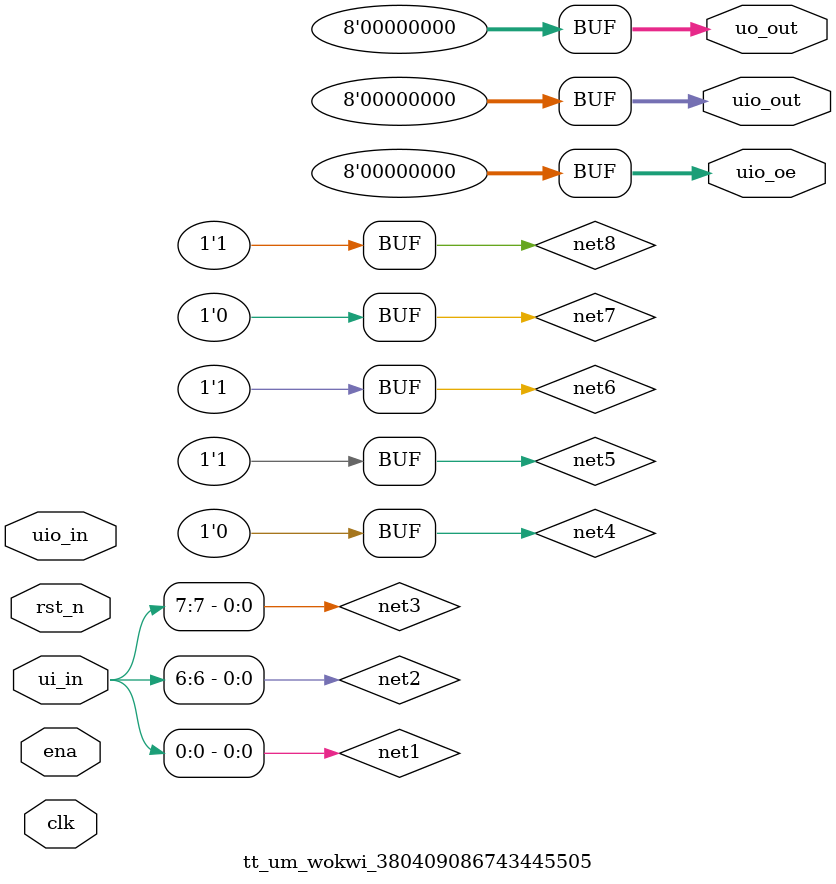
<source format=v>
/* Automatically generated from https://wokwi.com/projects/380409086743445505 */

`default_nettype none

module tt_um_wokwi_380409086743445505(
  input  wire [7:0] ui_in,    // Dedicated inputs
  output wire [7:0] uo_out,    // Dedicated outputs
  input  wire [7:0] uio_in,    // IOs: Input path
  output wire [7:0] uio_out,    // IOs: Output path
  output wire [7:0] uio_oe,    // IOs: Enable path (active high: 0=input, 1=output)
  input ena,
  input clk,
  input rst_n
);
  wire net1 = ui_in[0];
  wire net2 = ui_in[6];
  wire net3 = ui_in[7];
  wire net4 = 1'b0;
  wire net5 = 1'b1;
  wire net6 = 1'b1;
  wire net7 = 1'b0;
  wire net8 = 1'b1;
  wire net9;

  assign uo_out[0] = 0;
  assign uo_out[1] = 0;
  assign uo_out[2] = 0;
  assign uo_out[3] = 0;
  assign uo_out[4] = 0;
  assign uo_out[5] = 0;
  assign uo_out[6] = 0;
  assign uo_out[7] = 0;
  assign uio_out[0] = 0;
  assign uio_oe[0] = 0;
  assign uio_out[1] = 0;
  assign uio_oe[1] = 0;
  assign uio_out[2] = 0;
  assign uio_oe[2] = 0;
  assign uio_out[3] = 0;
  assign uio_oe[3] = 0;
  assign uio_out[4] = 0;
  assign uio_oe[4] = 0;
  assign uio_out[5] = 0;
  assign uio_oe[5] = 0;
  assign uio_out[6] = 0;
  assign uio_oe[6] = 0;
  assign uio_out[7] = 0;
  assign uio_oe[7] = 0;

  mux_cell mux1 (
    .a (net2),
    .b (net3),
    .sel (net1),
    .out (net9)
  );
endmodule

</source>
